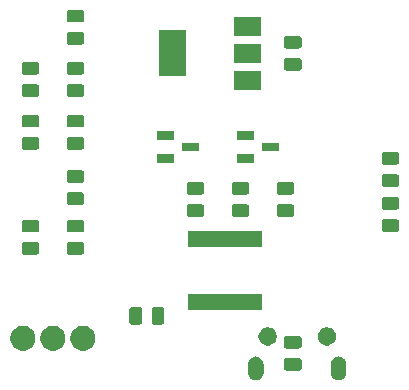
<source format=gbr>
G04 #@! TF.GenerationSoftware,KiCad,Pcbnew,(5.1.4)-1*
G04 #@! TF.CreationDate,2019-09-29T16:50:29-04:00*
G04 #@! TF.ProjectId,espDisp,65737044-6973-4702-9e6b-696361645f70,rev?*
G04 #@! TF.SameCoordinates,Original*
G04 #@! TF.FileFunction,Soldermask,Top*
G04 #@! TF.FilePolarity,Negative*
%FSLAX46Y46*%
G04 Gerber Fmt 4.6, Leading zero omitted, Abs format (unit mm)*
G04 Created by KiCad (PCBNEW (5.1.4)-1) date 2019-09-29 16:50:29*
%MOMM*%
%LPD*%
G04 APERTURE LIST*
%ADD10C,0.100000*%
G04 APERTURE END LIST*
D10*
G36*
X75732578Y-63143616D02*
G01*
X75855258Y-63180831D01*
X75968315Y-63241262D01*
X76067411Y-63322589D01*
X76148738Y-63421685D01*
X76209169Y-63534742D01*
X76246384Y-63657422D01*
X76255800Y-63753032D01*
X76255800Y-64516968D01*
X76246384Y-64612578D01*
X76209169Y-64735258D01*
X76148740Y-64848312D01*
X76131755Y-64869008D01*
X76067411Y-64947411D01*
X76031715Y-64976706D01*
X75968314Y-65028738D01*
X75855257Y-65089169D01*
X75732577Y-65126384D01*
X75605000Y-65138948D01*
X75477422Y-65126384D01*
X75354742Y-65089169D01*
X75241688Y-65028740D01*
X75220992Y-65011755D01*
X75142589Y-64947411D01*
X75113294Y-64911715D01*
X75061262Y-64848314D01*
X75000831Y-64735257D01*
X74963616Y-64612577D01*
X74954200Y-64516967D01*
X74954200Y-63753032D01*
X74963617Y-63657417D01*
X75000830Y-63534747D01*
X75061263Y-63421685D01*
X75142590Y-63322589D01*
X75241686Y-63241262D01*
X75354743Y-63180831D01*
X75477423Y-63143616D01*
X75605000Y-63131052D01*
X75732578Y-63143616D01*
X75732578Y-63143616D01*
G37*
G36*
X82732577Y-63143616D02*
G01*
X82855257Y-63180831D01*
X82968314Y-63241262D01*
X83019163Y-63282993D01*
X83067411Y-63322589D01*
X83117660Y-63383818D01*
X83148740Y-63421688D01*
X83209169Y-63534742D01*
X83246384Y-63657422D01*
X83255800Y-63753032D01*
X83255800Y-64516968D01*
X83246384Y-64612578D01*
X83209169Y-64735258D01*
X83148738Y-64848315D01*
X83067411Y-64947411D01*
X82968315Y-65028738D01*
X82855258Y-65089169D01*
X82732578Y-65126384D01*
X82605000Y-65138948D01*
X82477423Y-65126384D01*
X82354743Y-65089169D01*
X82241686Y-65028738D01*
X82142590Y-64947411D01*
X82061263Y-64848315D01*
X82000830Y-64735253D01*
X81963617Y-64612583D01*
X81954200Y-64516968D01*
X81954200Y-63753033D01*
X81963616Y-63657423D01*
X82000831Y-63534743D01*
X82061262Y-63421686D01*
X82142587Y-63322592D01*
X82142589Y-63322589D01*
X82241686Y-63241262D01*
X82241688Y-63241260D01*
X82354742Y-63180831D01*
X82477422Y-63143616D01*
X82605000Y-63131052D01*
X82732577Y-63143616D01*
X82732577Y-63143616D01*
G37*
G36*
X79294433Y-63269126D02*
G01*
X79340146Y-63282993D01*
X79382265Y-63305506D01*
X79419191Y-63335809D01*
X79449494Y-63372735D01*
X79472007Y-63414854D01*
X79485874Y-63460567D01*
X79490800Y-63510583D01*
X79490800Y-64094417D01*
X79485874Y-64144433D01*
X79472007Y-64190146D01*
X79449494Y-64232265D01*
X79419191Y-64269191D01*
X79382265Y-64299494D01*
X79340146Y-64322007D01*
X79294433Y-64335874D01*
X79244417Y-64340800D01*
X78235583Y-64340800D01*
X78185567Y-64335874D01*
X78139854Y-64322007D01*
X78097735Y-64299494D01*
X78060809Y-64269191D01*
X78030506Y-64232265D01*
X78007993Y-64190146D01*
X77994126Y-64144433D01*
X77989200Y-64094417D01*
X77989200Y-63510583D01*
X77994126Y-63460567D01*
X78007993Y-63414854D01*
X78030506Y-63372735D01*
X78060809Y-63335809D01*
X78097735Y-63305506D01*
X78139854Y-63282993D01*
X78185567Y-63269126D01*
X78235583Y-63264200D01*
X79244417Y-63264200D01*
X79294433Y-63269126D01*
X79294433Y-63269126D01*
G37*
G36*
X61269424Y-60574966D02*
G01*
X61462477Y-60654931D01*
X61636221Y-60771023D01*
X61783977Y-60918779D01*
X61900069Y-61092523D01*
X61980034Y-61285576D01*
X62020800Y-61490520D01*
X62020800Y-61699480D01*
X61980034Y-61904424D01*
X61900069Y-62097477D01*
X61783977Y-62271221D01*
X61636221Y-62418977D01*
X61462477Y-62535069D01*
X61269424Y-62615034D01*
X61064480Y-62655800D01*
X60855520Y-62655800D01*
X60650576Y-62615034D01*
X60457523Y-62535069D01*
X60283779Y-62418977D01*
X60136023Y-62271221D01*
X60019931Y-62097477D01*
X59939966Y-61904424D01*
X59899200Y-61699480D01*
X59899200Y-61490520D01*
X59939966Y-61285576D01*
X60019931Y-61092523D01*
X60136023Y-60918779D01*
X60283779Y-60771023D01*
X60457523Y-60654931D01*
X60650576Y-60574966D01*
X60855520Y-60534200D01*
X61064480Y-60534200D01*
X61269424Y-60574966D01*
X61269424Y-60574966D01*
G37*
G36*
X58729424Y-60574966D02*
G01*
X58922477Y-60654931D01*
X59096221Y-60771023D01*
X59243977Y-60918779D01*
X59360069Y-61092523D01*
X59440034Y-61285576D01*
X59480800Y-61490520D01*
X59480800Y-61699480D01*
X59440034Y-61904424D01*
X59360069Y-62097477D01*
X59243977Y-62271221D01*
X59096221Y-62418977D01*
X58922477Y-62535069D01*
X58729424Y-62615034D01*
X58524480Y-62655800D01*
X58315520Y-62655800D01*
X58110576Y-62615034D01*
X57917523Y-62535069D01*
X57743779Y-62418977D01*
X57596023Y-62271221D01*
X57479931Y-62097477D01*
X57399966Y-61904424D01*
X57359200Y-61699480D01*
X57359200Y-61490520D01*
X57399966Y-61285576D01*
X57479931Y-61092523D01*
X57596023Y-60918779D01*
X57743779Y-60771023D01*
X57917523Y-60654931D01*
X58110576Y-60574966D01*
X58315520Y-60534200D01*
X58524480Y-60534200D01*
X58729424Y-60574966D01*
X58729424Y-60574966D01*
G37*
G36*
X56189424Y-60574966D02*
G01*
X56382477Y-60654931D01*
X56556221Y-60771023D01*
X56703977Y-60918779D01*
X56820069Y-61092523D01*
X56900034Y-61285576D01*
X56940800Y-61490520D01*
X56940800Y-61699480D01*
X56900034Y-61904424D01*
X56820069Y-62097477D01*
X56703977Y-62271221D01*
X56556221Y-62418977D01*
X56382477Y-62535069D01*
X56189424Y-62615034D01*
X55984480Y-62655800D01*
X55775520Y-62655800D01*
X55570576Y-62615034D01*
X55377523Y-62535069D01*
X55203779Y-62418977D01*
X55056023Y-62271221D01*
X54939931Y-62097477D01*
X54859966Y-61904424D01*
X54819200Y-61699480D01*
X54819200Y-61490520D01*
X54859966Y-61285576D01*
X54939931Y-61092523D01*
X55056023Y-60918779D01*
X55203779Y-60771023D01*
X55377523Y-60654931D01*
X55570576Y-60574966D01*
X55775520Y-60534200D01*
X55984480Y-60534200D01*
X56189424Y-60574966D01*
X56189424Y-60574966D01*
G37*
G36*
X79294433Y-61394126D02*
G01*
X79340146Y-61407993D01*
X79382265Y-61430506D01*
X79419191Y-61460809D01*
X79449494Y-61497735D01*
X79472007Y-61539854D01*
X79485874Y-61585567D01*
X79490800Y-61635583D01*
X79490800Y-62219417D01*
X79485874Y-62269433D01*
X79472007Y-62315146D01*
X79449494Y-62357265D01*
X79419191Y-62394191D01*
X79382265Y-62424494D01*
X79340146Y-62447007D01*
X79294433Y-62460874D01*
X79244417Y-62465800D01*
X78235583Y-62465800D01*
X78185567Y-62460874D01*
X78139854Y-62447007D01*
X78097735Y-62424494D01*
X78060809Y-62394191D01*
X78030506Y-62357265D01*
X78007993Y-62315146D01*
X77994126Y-62269433D01*
X77989200Y-62219417D01*
X77989200Y-61635583D01*
X77994126Y-61585567D01*
X78007993Y-61539854D01*
X78030506Y-61497735D01*
X78060809Y-61460809D01*
X78097735Y-61430506D01*
X78139854Y-61407993D01*
X78185567Y-61394126D01*
X78235583Y-61389200D01*
X79244417Y-61389200D01*
X79294433Y-61394126D01*
X79294433Y-61394126D01*
G37*
G36*
X81831293Y-60689013D02*
G01*
X81972479Y-60747495D01*
X82099544Y-60832397D01*
X82207603Y-60940456D01*
X82292505Y-61067521D01*
X82350987Y-61208707D01*
X82380800Y-61358590D01*
X82380800Y-61511410D01*
X82350987Y-61661293D01*
X82292505Y-61802479D01*
X82207603Y-61929544D01*
X82099544Y-62037603D01*
X81972479Y-62122505D01*
X81831293Y-62180987D01*
X81681410Y-62210800D01*
X81528590Y-62210800D01*
X81378707Y-62180987D01*
X81237521Y-62122505D01*
X81110456Y-62037603D01*
X81002397Y-61929544D01*
X80917495Y-61802479D01*
X80859013Y-61661293D01*
X80829200Y-61511410D01*
X80829200Y-61358590D01*
X80859013Y-61208707D01*
X80917495Y-61067521D01*
X81002397Y-60940456D01*
X81110456Y-60832397D01*
X81237521Y-60747495D01*
X81378707Y-60689013D01*
X81528590Y-60659200D01*
X81681410Y-60659200D01*
X81831293Y-60689013D01*
X81831293Y-60689013D01*
G37*
G36*
X76831293Y-60689013D02*
G01*
X76972479Y-60747495D01*
X77099544Y-60832397D01*
X77207603Y-60940456D01*
X77292505Y-61067521D01*
X77350987Y-61208707D01*
X77380800Y-61358590D01*
X77380800Y-61511410D01*
X77350987Y-61661293D01*
X77292505Y-61802479D01*
X77207603Y-61929544D01*
X77099544Y-62037603D01*
X76972479Y-62122505D01*
X76831293Y-62180987D01*
X76681410Y-62210800D01*
X76528590Y-62210800D01*
X76378707Y-62180987D01*
X76237521Y-62122505D01*
X76110456Y-62037603D01*
X76002397Y-61929544D01*
X75917495Y-61802479D01*
X75859013Y-61661293D01*
X75829200Y-61511410D01*
X75829200Y-61358590D01*
X75859013Y-61208707D01*
X75917495Y-61067521D01*
X76002397Y-60940456D01*
X76110456Y-60832397D01*
X76237521Y-60747495D01*
X76378707Y-60689013D01*
X76528590Y-60659200D01*
X76681410Y-60659200D01*
X76831293Y-60689013D01*
X76831293Y-60689013D01*
G37*
G36*
X67651933Y-58944126D02*
G01*
X67697646Y-58957993D01*
X67739765Y-58980506D01*
X67776691Y-59010809D01*
X67806994Y-59047735D01*
X67829507Y-59089854D01*
X67843374Y-59135567D01*
X67848300Y-59185583D01*
X67848300Y-60194417D01*
X67843374Y-60244433D01*
X67829507Y-60290146D01*
X67806994Y-60332265D01*
X67776691Y-60369191D01*
X67739765Y-60399494D01*
X67697646Y-60422007D01*
X67651933Y-60435874D01*
X67601917Y-60440800D01*
X67018083Y-60440800D01*
X66968067Y-60435874D01*
X66922354Y-60422007D01*
X66880235Y-60399494D01*
X66843309Y-60369191D01*
X66813006Y-60332265D01*
X66790493Y-60290146D01*
X66776626Y-60244433D01*
X66771700Y-60194417D01*
X66771700Y-59185583D01*
X66776626Y-59135567D01*
X66790493Y-59089854D01*
X66813006Y-59047735D01*
X66843309Y-59010809D01*
X66880235Y-58980506D01*
X66922354Y-58957993D01*
X66968067Y-58944126D01*
X67018083Y-58939200D01*
X67601917Y-58939200D01*
X67651933Y-58944126D01*
X67651933Y-58944126D01*
G37*
G36*
X65776933Y-58944126D02*
G01*
X65822646Y-58957993D01*
X65864765Y-58980506D01*
X65901691Y-59010809D01*
X65931994Y-59047735D01*
X65954507Y-59089854D01*
X65968374Y-59135567D01*
X65973300Y-59185583D01*
X65973300Y-60194417D01*
X65968374Y-60244433D01*
X65954507Y-60290146D01*
X65931994Y-60332265D01*
X65901691Y-60369191D01*
X65864765Y-60399494D01*
X65822646Y-60422007D01*
X65776933Y-60435874D01*
X65726917Y-60440800D01*
X65143083Y-60440800D01*
X65093067Y-60435874D01*
X65047354Y-60422007D01*
X65005235Y-60399494D01*
X64968309Y-60369191D01*
X64938006Y-60332265D01*
X64915493Y-60290146D01*
X64901626Y-60244433D01*
X64896700Y-60194417D01*
X64896700Y-59185583D01*
X64901626Y-59135567D01*
X64915493Y-59089854D01*
X64938006Y-59047735D01*
X64968309Y-59010809D01*
X65005235Y-58980506D01*
X65047354Y-58957993D01*
X65093067Y-58944126D01*
X65143083Y-58939200D01*
X65726917Y-58939200D01*
X65776933Y-58944126D01*
X65776933Y-58944126D01*
G37*
G36*
X76158300Y-59235500D02*
G01*
X69891700Y-59235500D01*
X69891700Y-57883900D01*
X76158300Y-57883900D01*
X76158300Y-59235500D01*
X76158300Y-59235500D01*
G37*
G36*
X60879433Y-53441626D02*
G01*
X60925146Y-53455493D01*
X60967265Y-53478006D01*
X61004191Y-53508309D01*
X61034494Y-53545235D01*
X61057007Y-53587354D01*
X61070874Y-53633067D01*
X61075800Y-53683083D01*
X61075800Y-54266917D01*
X61070874Y-54316933D01*
X61057007Y-54362646D01*
X61034494Y-54404765D01*
X61004191Y-54441691D01*
X60967265Y-54471994D01*
X60925146Y-54494507D01*
X60879433Y-54508374D01*
X60829417Y-54513300D01*
X59820583Y-54513300D01*
X59770567Y-54508374D01*
X59724854Y-54494507D01*
X59682735Y-54471994D01*
X59645809Y-54441691D01*
X59615506Y-54404765D01*
X59592993Y-54362646D01*
X59579126Y-54316933D01*
X59574200Y-54266917D01*
X59574200Y-53683083D01*
X59579126Y-53633067D01*
X59592993Y-53587354D01*
X59615506Y-53545235D01*
X59645809Y-53508309D01*
X59682735Y-53478006D01*
X59724854Y-53455493D01*
X59770567Y-53441626D01*
X59820583Y-53436700D01*
X60829417Y-53436700D01*
X60879433Y-53441626D01*
X60879433Y-53441626D01*
G37*
G36*
X57069433Y-53441626D02*
G01*
X57115146Y-53455493D01*
X57157265Y-53478006D01*
X57194191Y-53508309D01*
X57224494Y-53545235D01*
X57247007Y-53587354D01*
X57260874Y-53633067D01*
X57265800Y-53683083D01*
X57265800Y-54266917D01*
X57260874Y-54316933D01*
X57247007Y-54362646D01*
X57224494Y-54404765D01*
X57194191Y-54441691D01*
X57157265Y-54471994D01*
X57115146Y-54494507D01*
X57069433Y-54508374D01*
X57019417Y-54513300D01*
X56010583Y-54513300D01*
X55960567Y-54508374D01*
X55914854Y-54494507D01*
X55872735Y-54471994D01*
X55835809Y-54441691D01*
X55805506Y-54404765D01*
X55782993Y-54362646D01*
X55769126Y-54316933D01*
X55764200Y-54266917D01*
X55764200Y-53683083D01*
X55769126Y-53633067D01*
X55782993Y-53587354D01*
X55805506Y-53545235D01*
X55835809Y-53508309D01*
X55872735Y-53478006D01*
X55914854Y-53455493D01*
X55960567Y-53441626D01*
X56010583Y-53436700D01*
X57019417Y-53436700D01*
X57069433Y-53441626D01*
X57069433Y-53441626D01*
G37*
G36*
X76158300Y-53876100D02*
G01*
X69891700Y-53876100D01*
X69891700Y-52524500D01*
X76158300Y-52524500D01*
X76158300Y-53876100D01*
X76158300Y-53876100D01*
G37*
G36*
X57069433Y-51566626D02*
G01*
X57115146Y-51580493D01*
X57157265Y-51603006D01*
X57194191Y-51633309D01*
X57224494Y-51670235D01*
X57247007Y-51712354D01*
X57260874Y-51758067D01*
X57265800Y-51808083D01*
X57265800Y-52391917D01*
X57260874Y-52441933D01*
X57247007Y-52487646D01*
X57224494Y-52529765D01*
X57194191Y-52566691D01*
X57157265Y-52596994D01*
X57115146Y-52619507D01*
X57069433Y-52633374D01*
X57019417Y-52638300D01*
X56010583Y-52638300D01*
X55960567Y-52633374D01*
X55914854Y-52619507D01*
X55872735Y-52596994D01*
X55835809Y-52566691D01*
X55805506Y-52529765D01*
X55782993Y-52487646D01*
X55769126Y-52441933D01*
X55764200Y-52391917D01*
X55764200Y-51808083D01*
X55769126Y-51758067D01*
X55782993Y-51712354D01*
X55805506Y-51670235D01*
X55835809Y-51633309D01*
X55872735Y-51603006D01*
X55914854Y-51580493D01*
X55960567Y-51566626D01*
X56010583Y-51561700D01*
X57019417Y-51561700D01*
X57069433Y-51566626D01*
X57069433Y-51566626D01*
G37*
G36*
X60879433Y-51566626D02*
G01*
X60925146Y-51580493D01*
X60967265Y-51603006D01*
X61004191Y-51633309D01*
X61034494Y-51670235D01*
X61057007Y-51712354D01*
X61070874Y-51758067D01*
X61075800Y-51808083D01*
X61075800Y-52391917D01*
X61070874Y-52441933D01*
X61057007Y-52487646D01*
X61034494Y-52529765D01*
X61004191Y-52566691D01*
X60967265Y-52596994D01*
X60925146Y-52619507D01*
X60879433Y-52633374D01*
X60829417Y-52638300D01*
X59820583Y-52638300D01*
X59770567Y-52633374D01*
X59724854Y-52619507D01*
X59682735Y-52596994D01*
X59645809Y-52566691D01*
X59615506Y-52529765D01*
X59592993Y-52487646D01*
X59579126Y-52441933D01*
X59574200Y-52391917D01*
X59574200Y-51808083D01*
X59579126Y-51758067D01*
X59592993Y-51712354D01*
X59615506Y-51670235D01*
X59645809Y-51633309D01*
X59682735Y-51603006D01*
X59724854Y-51580493D01*
X59770567Y-51566626D01*
X59820583Y-51561700D01*
X60829417Y-51561700D01*
X60879433Y-51566626D01*
X60879433Y-51566626D01*
G37*
G36*
X87549433Y-51506626D02*
G01*
X87595146Y-51520493D01*
X87637265Y-51543006D01*
X87674191Y-51573309D01*
X87704494Y-51610235D01*
X87727007Y-51652354D01*
X87740874Y-51698067D01*
X87745800Y-51748083D01*
X87745800Y-52331917D01*
X87740874Y-52381933D01*
X87727007Y-52427646D01*
X87704494Y-52469765D01*
X87674191Y-52506691D01*
X87637265Y-52536994D01*
X87595146Y-52559507D01*
X87549433Y-52573374D01*
X87499417Y-52578300D01*
X86490583Y-52578300D01*
X86440567Y-52573374D01*
X86394854Y-52559507D01*
X86352735Y-52536994D01*
X86315809Y-52506691D01*
X86285506Y-52469765D01*
X86262993Y-52427646D01*
X86249126Y-52381933D01*
X86244200Y-52331917D01*
X86244200Y-51748083D01*
X86249126Y-51698067D01*
X86262993Y-51652354D01*
X86285506Y-51610235D01*
X86315809Y-51573309D01*
X86352735Y-51543006D01*
X86394854Y-51520493D01*
X86440567Y-51506626D01*
X86490583Y-51501700D01*
X87499417Y-51501700D01*
X87549433Y-51506626D01*
X87549433Y-51506626D01*
G37*
G36*
X71039433Y-50236626D02*
G01*
X71085146Y-50250493D01*
X71127265Y-50273006D01*
X71164191Y-50303309D01*
X71194494Y-50340235D01*
X71217007Y-50382354D01*
X71230874Y-50428067D01*
X71235800Y-50478083D01*
X71235800Y-51061917D01*
X71230874Y-51111933D01*
X71217007Y-51157646D01*
X71194494Y-51199765D01*
X71164191Y-51236691D01*
X71127265Y-51266994D01*
X71085146Y-51289507D01*
X71039433Y-51303374D01*
X70989417Y-51308300D01*
X69980583Y-51308300D01*
X69930567Y-51303374D01*
X69884854Y-51289507D01*
X69842735Y-51266994D01*
X69805809Y-51236691D01*
X69775506Y-51199765D01*
X69752993Y-51157646D01*
X69739126Y-51111933D01*
X69734200Y-51061917D01*
X69734200Y-50478083D01*
X69739126Y-50428067D01*
X69752993Y-50382354D01*
X69775506Y-50340235D01*
X69805809Y-50303309D01*
X69842735Y-50273006D01*
X69884854Y-50250493D01*
X69930567Y-50236626D01*
X69980583Y-50231700D01*
X70989417Y-50231700D01*
X71039433Y-50236626D01*
X71039433Y-50236626D01*
G37*
G36*
X74849433Y-50236626D02*
G01*
X74895146Y-50250493D01*
X74937265Y-50273006D01*
X74974191Y-50303309D01*
X75004494Y-50340235D01*
X75027007Y-50382354D01*
X75040874Y-50428067D01*
X75045800Y-50478083D01*
X75045800Y-51061917D01*
X75040874Y-51111933D01*
X75027007Y-51157646D01*
X75004494Y-51199765D01*
X74974191Y-51236691D01*
X74937265Y-51266994D01*
X74895146Y-51289507D01*
X74849433Y-51303374D01*
X74799417Y-51308300D01*
X73790583Y-51308300D01*
X73740567Y-51303374D01*
X73694854Y-51289507D01*
X73652735Y-51266994D01*
X73615809Y-51236691D01*
X73585506Y-51199765D01*
X73562993Y-51157646D01*
X73549126Y-51111933D01*
X73544200Y-51061917D01*
X73544200Y-50478083D01*
X73549126Y-50428067D01*
X73562993Y-50382354D01*
X73585506Y-50340235D01*
X73615809Y-50303309D01*
X73652735Y-50273006D01*
X73694854Y-50250493D01*
X73740567Y-50236626D01*
X73790583Y-50231700D01*
X74799417Y-50231700D01*
X74849433Y-50236626D01*
X74849433Y-50236626D01*
G37*
G36*
X78659433Y-50236626D02*
G01*
X78705146Y-50250493D01*
X78747265Y-50273006D01*
X78784191Y-50303309D01*
X78814494Y-50340235D01*
X78837007Y-50382354D01*
X78850874Y-50428067D01*
X78855800Y-50478083D01*
X78855800Y-51061917D01*
X78850874Y-51111933D01*
X78837007Y-51157646D01*
X78814494Y-51199765D01*
X78784191Y-51236691D01*
X78747265Y-51266994D01*
X78705146Y-51289507D01*
X78659433Y-51303374D01*
X78609417Y-51308300D01*
X77600583Y-51308300D01*
X77550567Y-51303374D01*
X77504854Y-51289507D01*
X77462735Y-51266994D01*
X77425809Y-51236691D01*
X77395506Y-51199765D01*
X77372993Y-51157646D01*
X77359126Y-51111933D01*
X77354200Y-51061917D01*
X77354200Y-50478083D01*
X77359126Y-50428067D01*
X77372993Y-50382354D01*
X77395506Y-50340235D01*
X77425809Y-50303309D01*
X77462735Y-50273006D01*
X77504854Y-50250493D01*
X77550567Y-50236626D01*
X77600583Y-50231700D01*
X78609417Y-50231700D01*
X78659433Y-50236626D01*
X78659433Y-50236626D01*
G37*
G36*
X87549433Y-49631626D02*
G01*
X87595146Y-49645493D01*
X87637265Y-49668006D01*
X87674191Y-49698309D01*
X87704494Y-49735235D01*
X87727007Y-49777354D01*
X87740874Y-49823067D01*
X87745800Y-49873083D01*
X87745800Y-50456917D01*
X87740874Y-50506933D01*
X87727007Y-50552646D01*
X87704494Y-50594765D01*
X87674191Y-50631691D01*
X87637265Y-50661994D01*
X87595146Y-50684507D01*
X87549433Y-50698374D01*
X87499417Y-50703300D01*
X86490583Y-50703300D01*
X86440567Y-50698374D01*
X86394854Y-50684507D01*
X86352735Y-50661994D01*
X86315809Y-50631691D01*
X86285506Y-50594765D01*
X86262993Y-50552646D01*
X86249126Y-50506933D01*
X86244200Y-50456917D01*
X86244200Y-49873083D01*
X86249126Y-49823067D01*
X86262993Y-49777354D01*
X86285506Y-49735235D01*
X86315809Y-49698309D01*
X86352735Y-49668006D01*
X86394854Y-49645493D01*
X86440567Y-49631626D01*
X86490583Y-49626700D01*
X87499417Y-49626700D01*
X87549433Y-49631626D01*
X87549433Y-49631626D01*
G37*
G36*
X60879433Y-49236626D02*
G01*
X60925146Y-49250493D01*
X60967265Y-49273006D01*
X61004191Y-49303309D01*
X61034494Y-49340235D01*
X61057007Y-49382354D01*
X61070874Y-49428067D01*
X61075800Y-49478083D01*
X61075800Y-50061917D01*
X61070874Y-50111933D01*
X61057007Y-50157646D01*
X61034494Y-50199765D01*
X61004191Y-50236691D01*
X60967265Y-50266994D01*
X60925146Y-50289507D01*
X60879433Y-50303374D01*
X60829417Y-50308300D01*
X59820583Y-50308300D01*
X59770567Y-50303374D01*
X59724854Y-50289507D01*
X59682735Y-50266994D01*
X59645809Y-50236691D01*
X59615506Y-50199765D01*
X59592993Y-50157646D01*
X59579126Y-50111933D01*
X59574200Y-50061917D01*
X59574200Y-49478083D01*
X59579126Y-49428067D01*
X59592993Y-49382354D01*
X59615506Y-49340235D01*
X59645809Y-49303309D01*
X59682735Y-49273006D01*
X59724854Y-49250493D01*
X59770567Y-49236626D01*
X59820583Y-49231700D01*
X60829417Y-49231700D01*
X60879433Y-49236626D01*
X60879433Y-49236626D01*
G37*
G36*
X71039433Y-48361626D02*
G01*
X71085146Y-48375493D01*
X71127265Y-48398006D01*
X71164191Y-48428309D01*
X71194494Y-48465235D01*
X71217007Y-48507354D01*
X71230874Y-48553067D01*
X71235800Y-48603083D01*
X71235800Y-49186917D01*
X71230874Y-49236933D01*
X71217007Y-49282646D01*
X71194494Y-49324765D01*
X71164191Y-49361691D01*
X71127265Y-49391994D01*
X71085146Y-49414507D01*
X71039433Y-49428374D01*
X70989417Y-49433300D01*
X69980583Y-49433300D01*
X69930567Y-49428374D01*
X69884854Y-49414507D01*
X69842735Y-49391994D01*
X69805809Y-49361691D01*
X69775506Y-49324765D01*
X69752993Y-49282646D01*
X69739126Y-49236933D01*
X69734200Y-49186917D01*
X69734200Y-48603083D01*
X69739126Y-48553067D01*
X69752993Y-48507354D01*
X69775506Y-48465235D01*
X69805809Y-48428309D01*
X69842735Y-48398006D01*
X69884854Y-48375493D01*
X69930567Y-48361626D01*
X69980583Y-48356700D01*
X70989417Y-48356700D01*
X71039433Y-48361626D01*
X71039433Y-48361626D01*
G37*
G36*
X78659433Y-48361626D02*
G01*
X78705146Y-48375493D01*
X78747265Y-48398006D01*
X78784191Y-48428309D01*
X78814494Y-48465235D01*
X78837007Y-48507354D01*
X78850874Y-48553067D01*
X78855800Y-48603083D01*
X78855800Y-49186917D01*
X78850874Y-49236933D01*
X78837007Y-49282646D01*
X78814494Y-49324765D01*
X78784191Y-49361691D01*
X78747265Y-49391994D01*
X78705146Y-49414507D01*
X78659433Y-49428374D01*
X78609417Y-49433300D01*
X77600583Y-49433300D01*
X77550567Y-49428374D01*
X77504854Y-49414507D01*
X77462735Y-49391994D01*
X77425809Y-49361691D01*
X77395506Y-49324765D01*
X77372993Y-49282646D01*
X77359126Y-49236933D01*
X77354200Y-49186917D01*
X77354200Y-48603083D01*
X77359126Y-48553067D01*
X77372993Y-48507354D01*
X77395506Y-48465235D01*
X77425809Y-48428309D01*
X77462735Y-48398006D01*
X77504854Y-48375493D01*
X77550567Y-48361626D01*
X77600583Y-48356700D01*
X78609417Y-48356700D01*
X78659433Y-48361626D01*
X78659433Y-48361626D01*
G37*
G36*
X74849433Y-48361626D02*
G01*
X74895146Y-48375493D01*
X74937265Y-48398006D01*
X74974191Y-48428309D01*
X75004494Y-48465235D01*
X75027007Y-48507354D01*
X75040874Y-48553067D01*
X75045800Y-48603083D01*
X75045800Y-49186917D01*
X75040874Y-49236933D01*
X75027007Y-49282646D01*
X75004494Y-49324765D01*
X74974191Y-49361691D01*
X74937265Y-49391994D01*
X74895146Y-49414507D01*
X74849433Y-49428374D01*
X74799417Y-49433300D01*
X73790583Y-49433300D01*
X73740567Y-49428374D01*
X73694854Y-49414507D01*
X73652735Y-49391994D01*
X73615809Y-49361691D01*
X73585506Y-49324765D01*
X73562993Y-49282646D01*
X73549126Y-49236933D01*
X73544200Y-49186917D01*
X73544200Y-48603083D01*
X73549126Y-48553067D01*
X73562993Y-48507354D01*
X73585506Y-48465235D01*
X73615809Y-48428309D01*
X73652735Y-48398006D01*
X73694854Y-48375493D01*
X73740567Y-48361626D01*
X73790583Y-48356700D01*
X74799417Y-48356700D01*
X74849433Y-48361626D01*
X74849433Y-48361626D01*
G37*
G36*
X87549433Y-47696626D02*
G01*
X87595146Y-47710493D01*
X87637265Y-47733006D01*
X87674191Y-47763309D01*
X87704494Y-47800235D01*
X87727007Y-47842354D01*
X87740874Y-47888067D01*
X87745800Y-47938083D01*
X87745800Y-48521917D01*
X87740874Y-48571933D01*
X87727007Y-48617646D01*
X87704494Y-48659765D01*
X87674191Y-48696691D01*
X87637265Y-48726994D01*
X87595146Y-48749507D01*
X87549433Y-48763374D01*
X87499417Y-48768300D01*
X86490583Y-48768300D01*
X86440567Y-48763374D01*
X86394854Y-48749507D01*
X86352735Y-48726994D01*
X86315809Y-48696691D01*
X86285506Y-48659765D01*
X86262993Y-48617646D01*
X86249126Y-48571933D01*
X86244200Y-48521917D01*
X86244200Y-47938083D01*
X86249126Y-47888067D01*
X86262993Y-47842354D01*
X86285506Y-47800235D01*
X86315809Y-47763309D01*
X86352735Y-47733006D01*
X86394854Y-47710493D01*
X86440567Y-47696626D01*
X86490583Y-47691700D01*
X87499417Y-47691700D01*
X87549433Y-47696626D01*
X87549433Y-47696626D01*
G37*
G36*
X60879433Y-47361626D02*
G01*
X60925146Y-47375493D01*
X60967265Y-47398006D01*
X61004191Y-47428309D01*
X61034494Y-47465235D01*
X61057007Y-47507354D01*
X61070874Y-47553067D01*
X61075800Y-47603083D01*
X61075800Y-48186917D01*
X61070874Y-48236933D01*
X61057007Y-48282646D01*
X61034494Y-48324765D01*
X61004191Y-48361691D01*
X60967265Y-48391994D01*
X60925146Y-48414507D01*
X60879433Y-48428374D01*
X60829417Y-48433300D01*
X59820583Y-48433300D01*
X59770567Y-48428374D01*
X59724854Y-48414507D01*
X59682735Y-48391994D01*
X59645809Y-48361691D01*
X59615506Y-48324765D01*
X59592993Y-48282646D01*
X59579126Y-48236933D01*
X59574200Y-48186917D01*
X59574200Y-47603083D01*
X59579126Y-47553067D01*
X59592993Y-47507354D01*
X59615506Y-47465235D01*
X59645809Y-47428309D01*
X59682735Y-47398006D01*
X59724854Y-47375493D01*
X59770567Y-47361626D01*
X59820583Y-47356700D01*
X60829417Y-47356700D01*
X60879433Y-47361626D01*
X60879433Y-47361626D01*
G37*
G36*
X87549433Y-45821626D02*
G01*
X87595146Y-45835493D01*
X87637265Y-45858006D01*
X87674191Y-45888309D01*
X87704494Y-45925235D01*
X87727007Y-45967354D01*
X87740874Y-46013067D01*
X87745800Y-46063083D01*
X87745800Y-46646917D01*
X87740874Y-46696933D01*
X87727007Y-46742646D01*
X87704494Y-46784765D01*
X87674191Y-46821691D01*
X87637265Y-46851994D01*
X87595146Y-46874507D01*
X87549433Y-46888374D01*
X87499417Y-46893300D01*
X86490583Y-46893300D01*
X86440567Y-46888374D01*
X86394854Y-46874507D01*
X86352735Y-46851994D01*
X86315809Y-46821691D01*
X86285506Y-46784765D01*
X86262993Y-46742646D01*
X86249126Y-46696933D01*
X86244200Y-46646917D01*
X86244200Y-46063083D01*
X86249126Y-46013067D01*
X86262993Y-45967354D01*
X86285506Y-45925235D01*
X86315809Y-45888309D01*
X86352735Y-45858006D01*
X86394854Y-45835493D01*
X86440567Y-45821626D01*
X86490583Y-45816700D01*
X87499417Y-45816700D01*
X87549433Y-45821626D01*
X87549433Y-45821626D01*
G37*
G36*
X68665000Y-46725000D02*
G01*
X67225000Y-46725000D01*
X67225000Y-45985000D01*
X68665000Y-45985000D01*
X68665000Y-46725000D01*
X68665000Y-46725000D01*
G37*
G36*
X75455000Y-46725000D02*
G01*
X74015000Y-46725000D01*
X74015000Y-45985000D01*
X75455000Y-45985000D01*
X75455000Y-46725000D01*
X75455000Y-46725000D01*
G37*
G36*
X77555000Y-45775000D02*
G01*
X76115000Y-45775000D01*
X76115000Y-45035000D01*
X77555000Y-45035000D01*
X77555000Y-45775000D01*
X77555000Y-45775000D01*
G37*
G36*
X70765000Y-45775000D02*
G01*
X69325000Y-45775000D01*
X69325000Y-45035000D01*
X70765000Y-45035000D01*
X70765000Y-45775000D01*
X70765000Y-45775000D01*
G37*
G36*
X60879433Y-44551626D02*
G01*
X60925146Y-44565493D01*
X60967265Y-44588006D01*
X61004191Y-44618309D01*
X61034494Y-44655235D01*
X61057007Y-44697354D01*
X61070874Y-44743067D01*
X61075800Y-44793083D01*
X61075800Y-45376917D01*
X61070874Y-45426933D01*
X61057007Y-45472646D01*
X61034494Y-45514765D01*
X61004191Y-45551691D01*
X60967265Y-45581994D01*
X60925146Y-45604507D01*
X60879433Y-45618374D01*
X60829417Y-45623300D01*
X59820583Y-45623300D01*
X59770567Y-45618374D01*
X59724854Y-45604507D01*
X59682735Y-45581994D01*
X59645809Y-45551691D01*
X59615506Y-45514765D01*
X59592993Y-45472646D01*
X59579126Y-45426933D01*
X59574200Y-45376917D01*
X59574200Y-44793083D01*
X59579126Y-44743067D01*
X59592993Y-44697354D01*
X59615506Y-44655235D01*
X59645809Y-44618309D01*
X59682735Y-44588006D01*
X59724854Y-44565493D01*
X59770567Y-44551626D01*
X59820583Y-44546700D01*
X60829417Y-44546700D01*
X60879433Y-44551626D01*
X60879433Y-44551626D01*
G37*
G36*
X57069433Y-44551626D02*
G01*
X57115146Y-44565493D01*
X57157265Y-44588006D01*
X57194191Y-44618309D01*
X57224494Y-44655235D01*
X57247007Y-44697354D01*
X57260874Y-44743067D01*
X57265800Y-44793083D01*
X57265800Y-45376917D01*
X57260874Y-45426933D01*
X57247007Y-45472646D01*
X57224494Y-45514765D01*
X57194191Y-45551691D01*
X57157265Y-45581994D01*
X57115146Y-45604507D01*
X57069433Y-45618374D01*
X57019417Y-45623300D01*
X56010583Y-45623300D01*
X55960567Y-45618374D01*
X55914854Y-45604507D01*
X55872735Y-45581994D01*
X55835809Y-45551691D01*
X55805506Y-45514765D01*
X55782993Y-45472646D01*
X55769126Y-45426933D01*
X55764200Y-45376917D01*
X55764200Y-44793083D01*
X55769126Y-44743067D01*
X55782993Y-44697354D01*
X55805506Y-44655235D01*
X55835809Y-44618309D01*
X55872735Y-44588006D01*
X55914854Y-44565493D01*
X55960567Y-44551626D01*
X56010583Y-44546700D01*
X57019417Y-44546700D01*
X57069433Y-44551626D01*
X57069433Y-44551626D01*
G37*
G36*
X75455000Y-44825000D02*
G01*
X74015000Y-44825000D01*
X74015000Y-44085000D01*
X75455000Y-44085000D01*
X75455000Y-44825000D01*
X75455000Y-44825000D01*
G37*
G36*
X68665000Y-44825000D02*
G01*
X67225000Y-44825000D01*
X67225000Y-44085000D01*
X68665000Y-44085000D01*
X68665000Y-44825000D01*
X68665000Y-44825000D01*
G37*
G36*
X60879433Y-42676626D02*
G01*
X60925146Y-42690493D01*
X60967265Y-42713006D01*
X61004191Y-42743309D01*
X61034494Y-42780235D01*
X61057007Y-42822354D01*
X61070874Y-42868067D01*
X61075800Y-42918083D01*
X61075800Y-43501917D01*
X61070874Y-43551933D01*
X61057007Y-43597646D01*
X61034494Y-43639765D01*
X61004191Y-43676691D01*
X60967265Y-43706994D01*
X60925146Y-43729507D01*
X60879433Y-43743374D01*
X60829417Y-43748300D01*
X59820583Y-43748300D01*
X59770567Y-43743374D01*
X59724854Y-43729507D01*
X59682735Y-43706994D01*
X59645809Y-43676691D01*
X59615506Y-43639765D01*
X59592993Y-43597646D01*
X59579126Y-43551933D01*
X59574200Y-43501917D01*
X59574200Y-42918083D01*
X59579126Y-42868067D01*
X59592993Y-42822354D01*
X59615506Y-42780235D01*
X59645809Y-42743309D01*
X59682735Y-42713006D01*
X59724854Y-42690493D01*
X59770567Y-42676626D01*
X59820583Y-42671700D01*
X60829417Y-42671700D01*
X60879433Y-42676626D01*
X60879433Y-42676626D01*
G37*
G36*
X57069433Y-42676626D02*
G01*
X57115146Y-42690493D01*
X57157265Y-42713006D01*
X57194191Y-42743309D01*
X57224494Y-42780235D01*
X57247007Y-42822354D01*
X57260874Y-42868067D01*
X57265800Y-42918083D01*
X57265800Y-43501917D01*
X57260874Y-43551933D01*
X57247007Y-43597646D01*
X57224494Y-43639765D01*
X57194191Y-43676691D01*
X57157265Y-43706994D01*
X57115146Y-43729507D01*
X57069433Y-43743374D01*
X57019417Y-43748300D01*
X56010583Y-43748300D01*
X55960567Y-43743374D01*
X55914854Y-43729507D01*
X55872735Y-43706994D01*
X55835809Y-43676691D01*
X55805506Y-43639765D01*
X55782993Y-43597646D01*
X55769126Y-43551933D01*
X55764200Y-43501917D01*
X55764200Y-42918083D01*
X55769126Y-42868067D01*
X55782993Y-42822354D01*
X55805506Y-42780235D01*
X55835809Y-42743309D01*
X55872735Y-42713006D01*
X55914854Y-42690493D01*
X55960567Y-42676626D01*
X56010583Y-42671700D01*
X57019417Y-42671700D01*
X57069433Y-42676626D01*
X57069433Y-42676626D01*
G37*
G36*
X60879433Y-40076626D02*
G01*
X60925146Y-40090493D01*
X60967265Y-40113006D01*
X61004191Y-40143309D01*
X61034494Y-40180235D01*
X61057007Y-40222354D01*
X61070874Y-40268067D01*
X61075800Y-40318083D01*
X61075800Y-40901917D01*
X61070874Y-40951933D01*
X61057007Y-40997646D01*
X61034494Y-41039765D01*
X61004191Y-41076691D01*
X60967265Y-41106994D01*
X60925146Y-41129507D01*
X60879433Y-41143374D01*
X60829417Y-41148300D01*
X59820583Y-41148300D01*
X59770567Y-41143374D01*
X59724854Y-41129507D01*
X59682735Y-41106994D01*
X59645809Y-41076691D01*
X59615506Y-41039765D01*
X59592993Y-40997646D01*
X59579126Y-40951933D01*
X59574200Y-40901917D01*
X59574200Y-40318083D01*
X59579126Y-40268067D01*
X59592993Y-40222354D01*
X59615506Y-40180235D01*
X59645809Y-40143309D01*
X59682735Y-40113006D01*
X59724854Y-40090493D01*
X59770567Y-40076626D01*
X59820583Y-40071700D01*
X60829417Y-40071700D01*
X60879433Y-40076626D01*
X60879433Y-40076626D01*
G37*
G36*
X57069433Y-40076626D02*
G01*
X57115146Y-40090493D01*
X57157265Y-40113006D01*
X57194191Y-40143309D01*
X57224494Y-40180235D01*
X57247007Y-40222354D01*
X57260874Y-40268067D01*
X57265800Y-40318083D01*
X57265800Y-40901917D01*
X57260874Y-40951933D01*
X57247007Y-40997646D01*
X57224494Y-41039765D01*
X57194191Y-41076691D01*
X57157265Y-41106994D01*
X57115146Y-41129507D01*
X57069433Y-41143374D01*
X57019417Y-41148300D01*
X56010583Y-41148300D01*
X55960567Y-41143374D01*
X55914854Y-41129507D01*
X55872735Y-41106994D01*
X55835809Y-41076691D01*
X55805506Y-41039765D01*
X55782993Y-40997646D01*
X55769126Y-40951933D01*
X55764200Y-40901917D01*
X55764200Y-40318083D01*
X55769126Y-40268067D01*
X55782993Y-40222354D01*
X55805506Y-40180235D01*
X55835809Y-40143309D01*
X55872735Y-40113006D01*
X55914854Y-40090493D01*
X55960567Y-40076626D01*
X56010583Y-40071700D01*
X57019417Y-40071700D01*
X57069433Y-40076626D01*
X57069433Y-40076626D01*
G37*
G36*
X76030800Y-40565800D02*
G01*
X73729200Y-40565800D01*
X73729200Y-38964200D01*
X76030800Y-38964200D01*
X76030800Y-40565800D01*
X76030800Y-40565800D01*
G37*
G36*
X69730800Y-39415800D02*
G01*
X67429200Y-39415800D01*
X67429200Y-35514200D01*
X69730800Y-35514200D01*
X69730800Y-39415800D01*
X69730800Y-39415800D01*
G37*
G36*
X60879433Y-38201626D02*
G01*
X60925146Y-38215493D01*
X60967265Y-38238006D01*
X61004191Y-38268309D01*
X61034494Y-38305235D01*
X61057007Y-38347354D01*
X61070874Y-38393067D01*
X61075800Y-38443083D01*
X61075800Y-39026917D01*
X61070874Y-39076933D01*
X61057007Y-39122646D01*
X61034494Y-39164765D01*
X61004191Y-39201691D01*
X60967265Y-39231994D01*
X60925146Y-39254507D01*
X60879433Y-39268374D01*
X60829417Y-39273300D01*
X59820583Y-39273300D01*
X59770567Y-39268374D01*
X59724854Y-39254507D01*
X59682735Y-39231994D01*
X59645809Y-39201691D01*
X59615506Y-39164765D01*
X59592993Y-39122646D01*
X59579126Y-39076933D01*
X59574200Y-39026917D01*
X59574200Y-38443083D01*
X59579126Y-38393067D01*
X59592993Y-38347354D01*
X59615506Y-38305235D01*
X59645809Y-38268309D01*
X59682735Y-38238006D01*
X59724854Y-38215493D01*
X59770567Y-38201626D01*
X59820583Y-38196700D01*
X60829417Y-38196700D01*
X60879433Y-38201626D01*
X60879433Y-38201626D01*
G37*
G36*
X57069433Y-38201626D02*
G01*
X57115146Y-38215493D01*
X57157265Y-38238006D01*
X57194191Y-38268309D01*
X57224494Y-38305235D01*
X57247007Y-38347354D01*
X57260874Y-38393067D01*
X57265800Y-38443083D01*
X57265800Y-39026917D01*
X57260874Y-39076933D01*
X57247007Y-39122646D01*
X57224494Y-39164765D01*
X57194191Y-39201691D01*
X57157265Y-39231994D01*
X57115146Y-39254507D01*
X57069433Y-39268374D01*
X57019417Y-39273300D01*
X56010583Y-39273300D01*
X55960567Y-39268374D01*
X55914854Y-39254507D01*
X55872735Y-39231994D01*
X55835809Y-39201691D01*
X55805506Y-39164765D01*
X55782993Y-39122646D01*
X55769126Y-39076933D01*
X55764200Y-39026917D01*
X55764200Y-38443083D01*
X55769126Y-38393067D01*
X55782993Y-38347354D01*
X55805506Y-38305235D01*
X55835809Y-38268309D01*
X55872735Y-38238006D01*
X55914854Y-38215493D01*
X55960567Y-38201626D01*
X56010583Y-38196700D01*
X57019417Y-38196700D01*
X57069433Y-38201626D01*
X57069433Y-38201626D01*
G37*
G36*
X79294433Y-37869126D02*
G01*
X79340146Y-37882993D01*
X79382265Y-37905506D01*
X79419191Y-37935809D01*
X79449494Y-37972735D01*
X79472007Y-38014854D01*
X79485874Y-38060567D01*
X79490800Y-38110583D01*
X79490800Y-38694417D01*
X79485874Y-38744433D01*
X79472007Y-38790146D01*
X79449494Y-38832265D01*
X79419191Y-38869191D01*
X79382265Y-38899494D01*
X79340146Y-38922007D01*
X79294433Y-38935874D01*
X79244417Y-38940800D01*
X78235583Y-38940800D01*
X78185567Y-38935874D01*
X78139854Y-38922007D01*
X78097735Y-38899494D01*
X78060809Y-38869191D01*
X78030506Y-38832265D01*
X78007993Y-38790146D01*
X77994126Y-38744433D01*
X77989200Y-38694417D01*
X77989200Y-38110583D01*
X77994126Y-38060567D01*
X78007993Y-38014854D01*
X78030506Y-37972735D01*
X78060809Y-37935809D01*
X78097735Y-37905506D01*
X78139854Y-37882993D01*
X78185567Y-37869126D01*
X78235583Y-37864200D01*
X79244417Y-37864200D01*
X79294433Y-37869126D01*
X79294433Y-37869126D01*
G37*
G36*
X76030800Y-38265800D02*
G01*
X73729200Y-38265800D01*
X73729200Y-36664200D01*
X76030800Y-36664200D01*
X76030800Y-38265800D01*
X76030800Y-38265800D01*
G37*
G36*
X79294433Y-35994126D02*
G01*
X79340146Y-36007993D01*
X79382265Y-36030506D01*
X79419191Y-36060809D01*
X79449494Y-36097735D01*
X79472007Y-36139854D01*
X79485874Y-36185567D01*
X79490800Y-36235583D01*
X79490800Y-36819417D01*
X79485874Y-36869433D01*
X79472007Y-36915146D01*
X79449494Y-36957265D01*
X79419191Y-36994191D01*
X79382265Y-37024494D01*
X79340146Y-37047007D01*
X79294433Y-37060874D01*
X79244417Y-37065800D01*
X78235583Y-37065800D01*
X78185567Y-37060874D01*
X78139854Y-37047007D01*
X78097735Y-37024494D01*
X78060809Y-36994191D01*
X78030506Y-36957265D01*
X78007993Y-36915146D01*
X77994126Y-36869433D01*
X77989200Y-36819417D01*
X77989200Y-36235583D01*
X77994126Y-36185567D01*
X78007993Y-36139854D01*
X78030506Y-36097735D01*
X78060809Y-36060809D01*
X78097735Y-36030506D01*
X78139854Y-36007993D01*
X78185567Y-35994126D01*
X78235583Y-35989200D01*
X79244417Y-35989200D01*
X79294433Y-35994126D01*
X79294433Y-35994126D01*
G37*
G36*
X60879433Y-35661626D02*
G01*
X60925146Y-35675493D01*
X60967265Y-35698006D01*
X61004191Y-35728309D01*
X61034494Y-35765235D01*
X61057007Y-35807354D01*
X61070874Y-35853067D01*
X61075800Y-35903083D01*
X61075800Y-36486917D01*
X61070874Y-36536933D01*
X61057007Y-36582646D01*
X61034494Y-36624765D01*
X61004191Y-36661691D01*
X60967265Y-36691994D01*
X60925146Y-36714507D01*
X60879433Y-36728374D01*
X60829417Y-36733300D01*
X59820583Y-36733300D01*
X59770567Y-36728374D01*
X59724854Y-36714507D01*
X59682735Y-36691994D01*
X59645809Y-36661691D01*
X59615506Y-36624765D01*
X59592993Y-36582646D01*
X59579126Y-36536933D01*
X59574200Y-36486917D01*
X59574200Y-35903083D01*
X59579126Y-35853067D01*
X59592993Y-35807354D01*
X59615506Y-35765235D01*
X59645809Y-35728309D01*
X59682735Y-35698006D01*
X59724854Y-35675493D01*
X59770567Y-35661626D01*
X59820583Y-35656700D01*
X60829417Y-35656700D01*
X60879433Y-35661626D01*
X60879433Y-35661626D01*
G37*
G36*
X76030800Y-35965800D02*
G01*
X73729200Y-35965800D01*
X73729200Y-34364200D01*
X76030800Y-34364200D01*
X76030800Y-35965800D01*
X76030800Y-35965800D01*
G37*
G36*
X60879433Y-33786626D02*
G01*
X60925146Y-33800493D01*
X60967265Y-33823006D01*
X61004191Y-33853309D01*
X61034494Y-33890235D01*
X61057007Y-33932354D01*
X61070874Y-33978067D01*
X61075800Y-34028083D01*
X61075800Y-34611917D01*
X61070874Y-34661933D01*
X61057007Y-34707646D01*
X61034494Y-34749765D01*
X61004191Y-34786691D01*
X60967265Y-34816994D01*
X60925146Y-34839507D01*
X60879433Y-34853374D01*
X60829417Y-34858300D01*
X59820583Y-34858300D01*
X59770567Y-34853374D01*
X59724854Y-34839507D01*
X59682735Y-34816994D01*
X59645809Y-34786691D01*
X59615506Y-34749765D01*
X59592993Y-34707646D01*
X59579126Y-34661933D01*
X59574200Y-34611917D01*
X59574200Y-34028083D01*
X59579126Y-33978067D01*
X59592993Y-33932354D01*
X59615506Y-33890235D01*
X59645809Y-33853309D01*
X59682735Y-33823006D01*
X59724854Y-33800493D01*
X59770567Y-33786626D01*
X59820583Y-33781700D01*
X60829417Y-33781700D01*
X60879433Y-33786626D01*
X60879433Y-33786626D01*
G37*
M02*

</source>
